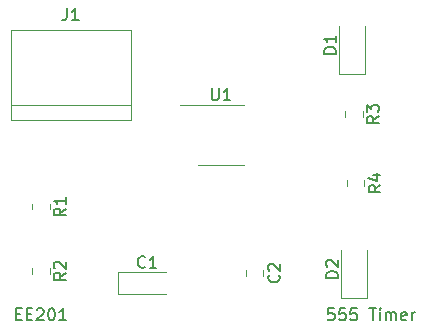
<source format=gbr>
%TF.GenerationSoftware,KiCad,Pcbnew,(6.0.10-0)*%
%TF.CreationDate,2023-02-17T15:33:43-08:00*%
%TF.ProjectId,Ex2,4578322e-6b69-4636-9164-5f7063625858,rev?*%
%TF.SameCoordinates,Original*%
%TF.FileFunction,Legend,Top*%
%TF.FilePolarity,Positive*%
%FSLAX46Y46*%
G04 Gerber Fmt 4.6, Leading zero omitted, Abs format (unit mm)*
G04 Created by KiCad (PCBNEW (6.0.10-0)) date 2023-02-17 15:33:43*
%MOMM*%
%LPD*%
G01*
G04 APERTURE LIST*
%ADD10C,0.150000*%
%ADD11C,0.120000*%
G04 APERTURE END LIST*
D10*
X119824761Y-111688571D02*
X120158095Y-111688571D01*
X120300952Y-112212380D02*
X119824761Y-112212380D01*
X119824761Y-111212380D01*
X120300952Y-111212380D01*
X120729523Y-111688571D02*
X121062857Y-111688571D01*
X121205714Y-112212380D02*
X120729523Y-112212380D01*
X120729523Y-111212380D01*
X121205714Y-111212380D01*
X121586666Y-111307619D02*
X121634285Y-111260000D01*
X121729523Y-111212380D01*
X121967619Y-111212380D01*
X122062857Y-111260000D01*
X122110476Y-111307619D01*
X122158095Y-111402857D01*
X122158095Y-111498095D01*
X122110476Y-111640952D01*
X121539047Y-112212380D01*
X122158095Y-112212380D01*
X122777142Y-111212380D02*
X122872380Y-111212380D01*
X122967619Y-111260000D01*
X123015238Y-111307619D01*
X123062857Y-111402857D01*
X123110476Y-111593333D01*
X123110476Y-111831428D01*
X123062857Y-112021904D01*
X123015238Y-112117142D01*
X122967619Y-112164761D01*
X122872380Y-112212380D01*
X122777142Y-112212380D01*
X122681904Y-112164761D01*
X122634285Y-112117142D01*
X122586666Y-112021904D01*
X122539047Y-111831428D01*
X122539047Y-111593333D01*
X122586666Y-111402857D01*
X122634285Y-111307619D01*
X122681904Y-111260000D01*
X122777142Y-111212380D01*
X124062857Y-112212380D02*
X123491428Y-112212380D01*
X123777142Y-112212380D02*
X123777142Y-111212380D01*
X123681904Y-111355238D01*
X123586666Y-111450476D01*
X123491428Y-111498095D01*
X146740952Y-111212380D02*
X146264761Y-111212380D01*
X146217142Y-111688571D01*
X146264761Y-111640952D01*
X146360000Y-111593333D01*
X146598095Y-111593333D01*
X146693333Y-111640952D01*
X146740952Y-111688571D01*
X146788571Y-111783809D01*
X146788571Y-112021904D01*
X146740952Y-112117142D01*
X146693333Y-112164761D01*
X146598095Y-112212380D01*
X146360000Y-112212380D01*
X146264761Y-112164761D01*
X146217142Y-112117142D01*
X147693333Y-111212380D02*
X147217142Y-111212380D01*
X147169523Y-111688571D01*
X147217142Y-111640952D01*
X147312380Y-111593333D01*
X147550476Y-111593333D01*
X147645714Y-111640952D01*
X147693333Y-111688571D01*
X147740952Y-111783809D01*
X147740952Y-112021904D01*
X147693333Y-112117142D01*
X147645714Y-112164761D01*
X147550476Y-112212380D01*
X147312380Y-112212380D01*
X147217142Y-112164761D01*
X147169523Y-112117142D01*
X148645714Y-111212380D02*
X148169523Y-111212380D01*
X148121904Y-111688571D01*
X148169523Y-111640952D01*
X148264761Y-111593333D01*
X148502857Y-111593333D01*
X148598095Y-111640952D01*
X148645714Y-111688571D01*
X148693333Y-111783809D01*
X148693333Y-112021904D01*
X148645714Y-112117142D01*
X148598095Y-112164761D01*
X148502857Y-112212380D01*
X148264761Y-112212380D01*
X148169523Y-112164761D01*
X148121904Y-112117142D01*
X149740952Y-111212380D02*
X150312380Y-111212380D01*
X150026666Y-112212380D02*
X150026666Y-111212380D01*
X150645714Y-112212380D02*
X150645714Y-111545714D01*
X150645714Y-111212380D02*
X150598095Y-111260000D01*
X150645714Y-111307619D01*
X150693333Y-111260000D01*
X150645714Y-111212380D01*
X150645714Y-111307619D01*
X151121904Y-112212380D02*
X151121904Y-111545714D01*
X151121904Y-111640952D02*
X151169523Y-111593333D01*
X151264761Y-111545714D01*
X151407619Y-111545714D01*
X151502857Y-111593333D01*
X151550476Y-111688571D01*
X151550476Y-112212380D01*
X151550476Y-111688571D02*
X151598095Y-111593333D01*
X151693333Y-111545714D01*
X151836190Y-111545714D01*
X151931428Y-111593333D01*
X151979047Y-111688571D01*
X151979047Y-112212380D01*
X152836190Y-112164761D02*
X152740952Y-112212380D01*
X152550476Y-112212380D01*
X152455238Y-112164761D01*
X152407619Y-112069523D01*
X152407619Y-111688571D01*
X152455238Y-111593333D01*
X152550476Y-111545714D01*
X152740952Y-111545714D01*
X152836190Y-111593333D01*
X152883809Y-111688571D01*
X152883809Y-111783809D01*
X152407619Y-111879047D01*
X153312380Y-112212380D02*
X153312380Y-111545714D01*
X153312380Y-111736190D02*
X153360000Y-111640952D01*
X153407619Y-111593333D01*
X153502857Y-111545714D01*
X153598095Y-111545714D01*
%TO.C,D2*%
X147064880Y-108623095D02*
X146064880Y-108623095D01*
X146064880Y-108385000D01*
X146112500Y-108242142D01*
X146207738Y-108146904D01*
X146302976Y-108099285D01*
X146493452Y-108051666D01*
X146636309Y-108051666D01*
X146826785Y-108099285D01*
X146922023Y-108146904D01*
X147017261Y-108242142D01*
X147064880Y-108385000D01*
X147064880Y-108623095D01*
X146160119Y-107670714D02*
X146112500Y-107623095D01*
X146064880Y-107527857D01*
X146064880Y-107289761D01*
X146112500Y-107194523D01*
X146160119Y-107146904D01*
X146255357Y-107099285D01*
X146350595Y-107099285D01*
X146493452Y-107146904D01*
X147064880Y-107718333D01*
X147064880Y-107099285D01*
%TO.C,R3*%
X150527380Y-94913730D02*
X150051190Y-95247064D01*
X150527380Y-95485159D02*
X149527380Y-95485159D01*
X149527380Y-95104206D01*
X149575000Y-95008968D01*
X149622619Y-94961349D01*
X149717857Y-94913730D01*
X149860714Y-94913730D01*
X149955952Y-94961349D01*
X150003571Y-95008968D01*
X150051190Y-95104206D01*
X150051190Y-95485159D01*
X149527380Y-94580397D02*
X149527380Y-93961349D01*
X149908333Y-94294683D01*
X149908333Y-94151825D01*
X149955952Y-94056587D01*
X150003571Y-94008968D01*
X150098809Y-93961349D01*
X150336904Y-93961349D01*
X150432142Y-94008968D01*
X150479761Y-94056587D01*
X150527380Y-94151825D01*
X150527380Y-94437540D01*
X150479761Y-94532778D01*
X150432142Y-94580397D01*
%TO.C,R1*%
X124022380Y-102766666D02*
X123546190Y-103100000D01*
X124022380Y-103338095D02*
X123022380Y-103338095D01*
X123022380Y-102957142D01*
X123070000Y-102861904D01*
X123117619Y-102814285D01*
X123212857Y-102766666D01*
X123355714Y-102766666D01*
X123450952Y-102814285D01*
X123498571Y-102861904D01*
X123546190Y-102957142D01*
X123546190Y-103338095D01*
X124022380Y-101814285D02*
X124022380Y-102385714D01*
X124022380Y-102100000D02*
X123022380Y-102100000D01*
X123165238Y-102195238D01*
X123260476Y-102290476D01*
X123308095Y-102385714D01*
%TO.C,D1*%
X146892380Y-89638095D02*
X145892380Y-89638095D01*
X145892380Y-89400000D01*
X145940000Y-89257142D01*
X146035238Y-89161904D01*
X146130476Y-89114285D01*
X146320952Y-89066666D01*
X146463809Y-89066666D01*
X146654285Y-89114285D01*
X146749523Y-89161904D01*
X146844761Y-89257142D01*
X146892380Y-89400000D01*
X146892380Y-89638095D01*
X146892380Y-88114285D02*
X146892380Y-88685714D01*
X146892380Y-88400000D02*
X145892380Y-88400000D01*
X146035238Y-88495238D01*
X146130476Y-88590476D01*
X146178095Y-88685714D01*
%TO.C,C1*%
X130743333Y-107692142D02*
X130695714Y-107739761D01*
X130552857Y-107787380D01*
X130457619Y-107787380D01*
X130314761Y-107739761D01*
X130219523Y-107644523D01*
X130171904Y-107549285D01*
X130124285Y-107358809D01*
X130124285Y-107215952D01*
X130171904Y-107025476D01*
X130219523Y-106930238D01*
X130314761Y-106835000D01*
X130457619Y-106787380D01*
X130552857Y-106787380D01*
X130695714Y-106835000D01*
X130743333Y-106882619D01*
X131695714Y-107787380D02*
X131124285Y-107787380D01*
X131410000Y-107787380D02*
X131410000Y-106787380D01*
X131314761Y-106930238D01*
X131219523Y-107025476D01*
X131124285Y-107073095D01*
%TO.C,C2*%
X142067142Y-108386666D02*
X142114761Y-108434285D01*
X142162380Y-108577142D01*
X142162380Y-108672380D01*
X142114761Y-108815238D01*
X142019523Y-108910476D01*
X141924285Y-108958095D01*
X141733809Y-109005714D01*
X141590952Y-109005714D01*
X141400476Y-108958095D01*
X141305238Y-108910476D01*
X141210000Y-108815238D01*
X141162380Y-108672380D01*
X141162380Y-108577142D01*
X141210000Y-108434285D01*
X141257619Y-108386666D01*
X141257619Y-108005714D02*
X141210000Y-107958095D01*
X141162380Y-107862857D01*
X141162380Y-107624761D01*
X141210000Y-107529523D01*
X141257619Y-107481904D01*
X141352857Y-107434285D01*
X141448095Y-107434285D01*
X141590952Y-107481904D01*
X142162380Y-108053333D01*
X142162380Y-107434285D01*
%TO.C,J1*%
X124126666Y-85812380D02*
X124126666Y-86526666D01*
X124079047Y-86669523D01*
X123983809Y-86764761D01*
X123840952Y-86812380D01*
X123745714Y-86812380D01*
X125126666Y-86812380D02*
X124555238Y-86812380D01*
X124840952Y-86812380D02*
X124840952Y-85812380D01*
X124745714Y-85955238D01*
X124650476Y-86050476D01*
X124555238Y-86098095D01*
%TO.C,R2*%
X124022380Y-108201346D02*
X123546190Y-108534680D01*
X124022380Y-108772775D02*
X123022380Y-108772775D01*
X123022380Y-108391822D01*
X123070000Y-108296584D01*
X123117619Y-108248965D01*
X123212857Y-108201346D01*
X123355714Y-108201346D01*
X123450952Y-108248965D01*
X123498571Y-108296584D01*
X123546190Y-108391822D01*
X123546190Y-108772775D01*
X123117619Y-107820394D02*
X123070000Y-107772775D01*
X123022380Y-107677537D01*
X123022380Y-107439441D01*
X123070000Y-107344203D01*
X123117619Y-107296584D01*
X123212857Y-107248965D01*
X123308095Y-107248965D01*
X123450952Y-107296584D01*
X124022380Y-107868013D01*
X124022380Y-107248965D01*
%TO.C,R4*%
X150672380Y-100766666D02*
X150196190Y-101100000D01*
X150672380Y-101338095D02*
X149672380Y-101338095D01*
X149672380Y-100957142D01*
X149720000Y-100861904D01*
X149767619Y-100814285D01*
X149862857Y-100766666D01*
X150005714Y-100766666D01*
X150100952Y-100814285D01*
X150148571Y-100861904D01*
X150196190Y-100957142D01*
X150196190Y-101338095D01*
X150005714Y-99909523D02*
X150672380Y-99909523D01*
X149624761Y-100147619D02*
X150339047Y-100385714D01*
X150339047Y-99766666D01*
%TO.C,U1*%
X136398095Y-92572380D02*
X136398095Y-93381904D01*
X136445714Y-93477142D01*
X136493333Y-93524761D01*
X136588571Y-93572380D01*
X136779047Y-93572380D01*
X136874285Y-93524761D01*
X136921904Y-93477142D01*
X136969523Y-93381904D01*
X136969523Y-92572380D01*
X137969523Y-93572380D02*
X137398095Y-93572380D01*
X137683809Y-93572380D02*
X137683809Y-92572380D01*
X137588571Y-92715238D01*
X137493333Y-92810476D01*
X137398095Y-92858095D01*
D11*
%TO.C,D2*%
X149567500Y-110345000D02*
X149567500Y-106285000D01*
X147297500Y-106285000D02*
X147297500Y-110345000D01*
X147297500Y-110345000D02*
X149567500Y-110345000D01*
%TO.C,R3*%
X149160000Y-94520000D02*
X149160000Y-94974128D01*
X147690000Y-94520000D02*
X147690000Y-94974128D01*
%TO.C,R1*%
X121185000Y-102372936D02*
X121185000Y-102827064D01*
X122655000Y-102372936D02*
X122655000Y-102827064D01*
%TO.C,D1*%
X147125000Y-87300000D02*
X147125000Y-91360000D01*
X147125000Y-91360000D02*
X149395000Y-91360000D01*
X149395000Y-91360000D02*
X149395000Y-87300000D01*
%TO.C,C1*%
X132510000Y-108150000D02*
X128425000Y-108150000D01*
X128425000Y-108150000D02*
X128425000Y-110020000D01*
X128425000Y-110020000D02*
X132510000Y-110020000D01*
%TO.C,C2*%
X139295000Y-107958748D02*
X139295000Y-108481252D01*
X140765000Y-107958748D02*
X140765000Y-108481252D01*
%TO.C,J1*%
X129540000Y-87630000D02*
X119380000Y-87630000D01*
X129540000Y-93980000D02*
X119380000Y-93980000D01*
X119380000Y-87630000D02*
X119380000Y-95250000D01*
X129540000Y-95250000D02*
X129540000Y-87630000D01*
X119380000Y-95250000D02*
X129540000Y-95250000D01*
%TO.C,R2*%
X122655000Y-107807616D02*
X122655000Y-108261744D01*
X121185000Y-107807616D02*
X121185000Y-108261744D01*
%TO.C,R4*%
X147835000Y-100372936D02*
X147835000Y-100827064D01*
X149305000Y-100372936D02*
X149305000Y-100827064D01*
%TO.C,U1*%
X137160000Y-99080000D02*
X135210000Y-99080000D01*
X137160000Y-93960000D02*
X139110000Y-93960000D01*
X137160000Y-93960000D02*
X133710000Y-93960000D01*
X137160000Y-99080000D02*
X139110000Y-99080000D01*
%TD*%
M02*

</source>
